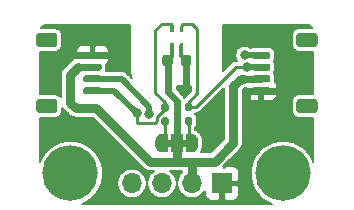
<source format=gtl>
%TF.GenerationSoftware,KiCad,Pcbnew,(5.1.8)-1*%
%TF.CreationDate,2021-01-12T16:04:17+01:00*%
%TF.ProjectId,SHT40-Breakout,53485434-302d-4427-9265-616b6f75742e,rev?*%
%TF.SameCoordinates,Original*%
%TF.FileFunction,Copper,L1,Top*%
%TF.FilePolarity,Positive*%
%FSLAX46Y46*%
G04 Gerber Fmt 4.6, Leading zero omitted, Abs format (unit mm)*
G04 Created by KiCad (PCBNEW (5.1.8)-1) date 2021-01-12 16:04:17*
%MOMM*%
%LPD*%
G01*
G04 APERTURE LIST*
%TA.AperFunction,ComponentPad*%
%ADD10C,4.700000*%
%TD*%
%TA.AperFunction,ComponentPad*%
%ADD11R,1.700000X1.700000*%
%TD*%
%TA.AperFunction,ComponentPad*%
%ADD12O,1.700000X1.700000*%
%TD*%
%TA.AperFunction,SMDPad,CuDef*%
%ADD13C,0.100000*%
%TD*%
%TA.AperFunction,SMDPad,CuDef*%
%ADD14R,1.000000X1.500000*%
%TD*%
%TA.AperFunction,ViaPad*%
%ADD15C,0.800000*%
%TD*%
%TA.AperFunction,Conductor*%
%ADD16C,0.600000*%
%TD*%
%TA.AperFunction,Conductor*%
%ADD17C,0.300000*%
%TD*%
%TA.AperFunction,Conductor*%
%ADD18C,0.800000*%
%TD*%
%TA.AperFunction,Conductor*%
%ADD19C,0.250000*%
%TD*%
%TA.AperFunction,Conductor*%
%ADD20C,0.500000*%
%TD*%
%TA.AperFunction,Conductor*%
%ADD21C,0.200000*%
%TD*%
%TA.AperFunction,Conductor*%
%ADD22C,0.100000*%
%TD*%
G04 APERTURE END LIST*
D10*
%TO.P,H2,1*%
%TO.N,N/C*%
X149000000Y-77000000D03*
%TD*%
%TO.P,H1,1*%
%TO.N,N/C*%
X131000000Y-77000000D03*
%TD*%
%TO.P,C1,2*%
%TO.N,GND*%
%TA.AperFunction,SMDPad,CuDef*%
G36*
G01*
X140321152Y-67690980D02*
X140321152Y-67190980D01*
G75*
G02*
X140546152Y-66965980I225000J0D01*
G01*
X140996152Y-66965980D01*
G75*
G02*
X141221152Y-67190980I0J-225000D01*
G01*
X141221152Y-67690980D01*
G75*
G02*
X140996152Y-67915980I-225000J0D01*
G01*
X140546152Y-67915980D01*
G75*
G02*
X140321152Y-67690980I0J225000D01*
G01*
G37*
%TD.AperFunction*%
%TO.P,C1,1*%
%TO.N,VDD*%
%TA.AperFunction,SMDPad,CuDef*%
G36*
G01*
X138771152Y-67690980D02*
X138771152Y-67190980D01*
G75*
G02*
X138996152Y-66965980I225000J0D01*
G01*
X139446152Y-66965980D01*
G75*
G02*
X139671152Y-67190980I0J-225000D01*
G01*
X139671152Y-67690980D01*
G75*
G02*
X139446152Y-67915980I-225000J0D01*
G01*
X138996152Y-67915980D01*
G75*
G02*
X138771152Y-67690980I0J225000D01*
G01*
G37*
%TD.AperFunction*%
%TD*%
%TO.P,J1,1*%
%TO.N,GND*%
%TA.AperFunction,SMDPad,CuDef*%
G36*
G01*
X132250000Y-66700000D02*
X133500000Y-66700000D01*
G75*
G02*
X133650000Y-66850000I0J-150000D01*
G01*
X133650000Y-67150000D01*
G75*
G02*
X133500000Y-67300000I-150000J0D01*
G01*
X132250000Y-67300000D01*
G75*
G02*
X132100000Y-67150000I0J150000D01*
G01*
X132100000Y-66850000D01*
G75*
G02*
X132250000Y-66700000I150000J0D01*
G01*
G37*
%TD.AperFunction*%
%TO.P,J1,2*%
%TO.N,VDD*%
%TA.AperFunction,SMDPad,CuDef*%
G36*
G01*
X132250000Y-67700000D02*
X133500000Y-67700000D01*
G75*
G02*
X133650000Y-67850000I0J-150000D01*
G01*
X133650000Y-68150000D01*
G75*
G02*
X133500000Y-68300000I-150000J0D01*
G01*
X132250000Y-68300000D01*
G75*
G02*
X132100000Y-68150000I0J150000D01*
G01*
X132100000Y-67850000D01*
G75*
G02*
X132250000Y-67700000I150000J0D01*
G01*
G37*
%TD.AperFunction*%
%TO.P,J1,3*%
%TO.N,SDA*%
%TA.AperFunction,SMDPad,CuDef*%
G36*
G01*
X132250000Y-68700000D02*
X133500000Y-68700000D01*
G75*
G02*
X133650000Y-68850000I0J-150000D01*
G01*
X133650000Y-69150000D01*
G75*
G02*
X133500000Y-69300000I-150000J0D01*
G01*
X132250000Y-69300000D01*
G75*
G02*
X132100000Y-69150000I0J150000D01*
G01*
X132100000Y-68850000D01*
G75*
G02*
X132250000Y-68700000I150000J0D01*
G01*
G37*
%TD.AperFunction*%
%TO.P,J1,4*%
%TO.N,SCL*%
%TA.AperFunction,SMDPad,CuDef*%
G36*
G01*
X132250000Y-69700000D02*
X133500000Y-69700000D01*
G75*
G02*
X133650000Y-69850000I0J-150000D01*
G01*
X133650000Y-70150000D01*
G75*
G02*
X133500000Y-70300000I-150000J0D01*
G01*
X132250000Y-70300000D01*
G75*
G02*
X132100000Y-70150000I0J150000D01*
G01*
X132100000Y-69850000D01*
G75*
G02*
X132250000Y-69700000I150000J0D01*
G01*
G37*
%TD.AperFunction*%
%TO.P,J1,MP*%
%TO.N,N/C*%
%TA.AperFunction,SMDPad,CuDef*%
G36*
G01*
X128349999Y-65100000D02*
X129650001Y-65100000D01*
G75*
G02*
X129900000Y-65349999I0J-249999D01*
G01*
X129900000Y-66050001D01*
G75*
G02*
X129650001Y-66300000I-249999J0D01*
G01*
X128349999Y-66300000D01*
G75*
G02*
X128100000Y-66050001I0J249999D01*
G01*
X128100000Y-65349999D01*
G75*
G02*
X128349999Y-65100000I249999J0D01*
G01*
G37*
%TD.AperFunction*%
%TA.AperFunction,SMDPad,CuDef*%
G36*
G01*
X128349999Y-70700000D02*
X129650001Y-70700000D01*
G75*
G02*
X129900000Y-70949999I0J-249999D01*
G01*
X129900000Y-71650001D01*
G75*
G02*
X129650001Y-71900000I-249999J0D01*
G01*
X128349999Y-71900000D01*
G75*
G02*
X128100000Y-71650001I0J249999D01*
G01*
X128100000Y-70949999D01*
G75*
G02*
X128349999Y-70700000I249999J0D01*
G01*
G37*
%TD.AperFunction*%
%TD*%
%TO.P,J2,MP*%
%TO.N,N/C*%
%TA.AperFunction,SMDPad,CuDef*%
G36*
G01*
X151675001Y-66300000D02*
X150374999Y-66300000D01*
G75*
G02*
X150125000Y-66050001I0J249999D01*
G01*
X150125000Y-65349999D01*
G75*
G02*
X150374999Y-65100000I249999J0D01*
G01*
X151675001Y-65100000D01*
G75*
G02*
X151925000Y-65349999I0J-249999D01*
G01*
X151925000Y-66050001D01*
G75*
G02*
X151675001Y-66300000I-249999J0D01*
G01*
G37*
%TD.AperFunction*%
%TA.AperFunction,SMDPad,CuDef*%
G36*
G01*
X151675001Y-71900000D02*
X150374999Y-71900000D01*
G75*
G02*
X150125000Y-71650001I0J249999D01*
G01*
X150125000Y-70949999D01*
G75*
G02*
X150374999Y-70700000I249999J0D01*
G01*
X151675001Y-70700000D01*
G75*
G02*
X151925000Y-70949999I0J-249999D01*
G01*
X151925000Y-71650001D01*
G75*
G02*
X151675001Y-71900000I-249999J0D01*
G01*
G37*
%TD.AperFunction*%
%TO.P,J2,4*%
%TO.N,SCL*%
%TA.AperFunction,SMDPad,CuDef*%
G36*
G01*
X147775000Y-67300000D02*
X146525000Y-67300000D01*
G75*
G02*
X146375000Y-67150000I0J150000D01*
G01*
X146375000Y-66850000D01*
G75*
G02*
X146525000Y-66700000I150000J0D01*
G01*
X147775000Y-66700000D01*
G75*
G02*
X147925000Y-66850000I0J-150000D01*
G01*
X147925000Y-67150000D01*
G75*
G02*
X147775000Y-67300000I-150000J0D01*
G01*
G37*
%TD.AperFunction*%
%TO.P,J2,3*%
%TO.N,SDA*%
%TA.AperFunction,SMDPad,CuDef*%
G36*
G01*
X147775000Y-68300000D02*
X146525000Y-68300000D01*
G75*
G02*
X146375000Y-68150000I0J150000D01*
G01*
X146375000Y-67850000D01*
G75*
G02*
X146525000Y-67700000I150000J0D01*
G01*
X147775000Y-67700000D01*
G75*
G02*
X147925000Y-67850000I0J-150000D01*
G01*
X147925000Y-68150000D01*
G75*
G02*
X147775000Y-68300000I-150000J0D01*
G01*
G37*
%TD.AperFunction*%
%TO.P,J2,2*%
%TO.N,VDD*%
%TA.AperFunction,SMDPad,CuDef*%
G36*
G01*
X147775000Y-69300000D02*
X146525000Y-69300000D01*
G75*
G02*
X146375000Y-69150000I0J150000D01*
G01*
X146375000Y-68850000D01*
G75*
G02*
X146525000Y-68700000I150000J0D01*
G01*
X147775000Y-68700000D01*
G75*
G02*
X147925000Y-68850000I0J-150000D01*
G01*
X147925000Y-69150000D01*
G75*
G02*
X147775000Y-69300000I-150000J0D01*
G01*
G37*
%TD.AperFunction*%
%TO.P,J2,1*%
%TO.N,GND*%
%TA.AperFunction,SMDPad,CuDef*%
G36*
G01*
X147775000Y-70300000D02*
X146525000Y-70300000D01*
G75*
G02*
X146375000Y-70150000I0J150000D01*
G01*
X146375000Y-69850000D01*
G75*
G02*
X146525000Y-69700000I150000J0D01*
G01*
X147775000Y-69700000D01*
G75*
G02*
X147925000Y-69850000I0J-150000D01*
G01*
X147925000Y-70150000D01*
G75*
G02*
X147775000Y-70300000I-150000J0D01*
G01*
G37*
%TD.AperFunction*%
%TD*%
D11*
%TO.P,J3,1*%
%TO.N,GND*%
X143825000Y-77850000D03*
D12*
%TO.P,J3,2*%
%TO.N,VDD*%
X141285000Y-77850000D03*
%TO.P,J3,3*%
%TO.N,SDA*%
X138745000Y-77850000D03*
%TO.P,J3,4*%
%TO.N,SCL*%
X136205000Y-77850000D03*
%TD*%
%TA.AperFunction,SMDPad,CuDef*%
D13*
%TO.P,JP1,1*%
%TO.N,Net-(JP1-Pad1)*%
G36*
X139250000Y-75175000D02*
G01*
X138700000Y-75175000D01*
X138700000Y-75174398D01*
X138675466Y-75174398D01*
X138626635Y-75169588D01*
X138578510Y-75160016D01*
X138531555Y-75145772D01*
X138486222Y-75126995D01*
X138442949Y-75103864D01*
X138402150Y-75076604D01*
X138364221Y-75045476D01*
X138329524Y-75010779D01*
X138298396Y-74972850D01*
X138271136Y-74932051D01*
X138248005Y-74888778D01*
X138229228Y-74843445D01*
X138214984Y-74796490D01*
X138205412Y-74748365D01*
X138200602Y-74699534D01*
X138200602Y-74675000D01*
X138200000Y-74675000D01*
X138200000Y-74175000D01*
X138200602Y-74175000D01*
X138200602Y-74150466D01*
X138205412Y-74101635D01*
X138214984Y-74053510D01*
X138229228Y-74006555D01*
X138248005Y-73961222D01*
X138271136Y-73917949D01*
X138298396Y-73877150D01*
X138329524Y-73839221D01*
X138364221Y-73804524D01*
X138402150Y-73773396D01*
X138442949Y-73746136D01*
X138486222Y-73723005D01*
X138531555Y-73704228D01*
X138578510Y-73689984D01*
X138626635Y-73680412D01*
X138675466Y-73675602D01*
X138700000Y-73675602D01*
X138700000Y-73675000D01*
X139250000Y-73675000D01*
X139250000Y-75175000D01*
G37*
%TD.AperFunction*%
%TA.AperFunction,SMDPad,CuDef*%
%TO.P,JP1,3*%
%TO.N,Net-(JP1-Pad3)*%
G36*
X141300000Y-73675602D02*
G01*
X141324534Y-73675602D01*
X141373365Y-73680412D01*
X141421490Y-73689984D01*
X141468445Y-73704228D01*
X141513778Y-73723005D01*
X141557051Y-73746136D01*
X141597850Y-73773396D01*
X141635779Y-73804524D01*
X141670476Y-73839221D01*
X141701604Y-73877150D01*
X141728864Y-73917949D01*
X141751995Y-73961222D01*
X141770772Y-74006555D01*
X141785016Y-74053510D01*
X141794588Y-74101635D01*
X141799398Y-74150466D01*
X141799398Y-74175000D01*
X141800000Y-74175000D01*
X141800000Y-74675000D01*
X141799398Y-74675000D01*
X141799398Y-74699534D01*
X141794588Y-74748365D01*
X141785016Y-74796490D01*
X141770772Y-74843445D01*
X141751995Y-74888778D01*
X141728864Y-74932051D01*
X141701604Y-74972850D01*
X141670476Y-75010779D01*
X141635779Y-75045476D01*
X141597850Y-75076604D01*
X141557051Y-75103864D01*
X141513778Y-75126995D01*
X141468445Y-75145772D01*
X141421490Y-75160016D01*
X141373365Y-75169588D01*
X141324534Y-75174398D01*
X141300000Y-75174398D01*
X141300000Y-75175000D01*
X140750000Y-75175000D01*
X140750000Y-73675000D01*
X141300000Y-73675000D01*
X141300000Y-73675602D01*
G37*
%TD.AperFunction*%
D14*
%TO.P,JP1,2*%
%TO.N,VDD*%
X140000000Y-74425000D03*
%TD*%
%TO.P,R1,1*%
%TO.N,Net-(JP1-Pad3)*%
%TA.AperFunction,SMDPad,CuDef*%
G36*
G01*
X141160000Y-72952500D02*
X140840000Y-72952500D01*
G75*
G02*
X140680000Y-72792500I0J160000D01*
G01*
X140680000Y-72397500D01*
G75*
G02*
X140840000Y-72237500I160000J0D01*
G01*
X141160000Y-72237500D01*
G75*
G02*
X141320000Y-72397500I0J-160000D01*
G01*
X141320000Y-72792500D01*
G75*
G02*
X141160000Y-72952500I-160000J0D01*
G01*
G37*
%TD.AperFunction*%
%TO.P,R1,2*%
%TO.N,SDA*%
%TA.AperFunction,SMDPad,CuDef*%
G36*
G01*
X141160000Y-71757500D02*
X140840000Y-71757500D01*
G75*
G02*
X140680000Y-71597500I0J160000D01*
G01*
X140680000Y-71202500D01*
G75*
G02*
X140840000Y-71042500I160000J0D01*
G01*
X141160000Y-71042500D01*
G75*
G02*
X141320000Y-71202500I0J-160000D01*
G01*
X141320000Y-71597500D01*
G75*
G02*
X141160000Y-71757500I-160000J0D01*
G01*
G37*
%TD.AperFunction*%
%TD*%
%TO.P,R2,2*%
%TO.N,SCL*%
%TA.AperFunction,SMDPad,CuDef*%
G36*
G01*
X139160000Y-71760000D02*
X138840000Y-71760000D01*
G75*
G02*
X138680000Y-71600000I0J160000D01*
G01*
X138680000Y-71205000D01*
G75*
G02*
X138840000Y-71045000I160000J0D01*
G01*
X139160000Y-71045000D01*
G75*
G02*
X139320000Y-71205000I0J-160000D01*
G01*
X139320000Y-71600000D01*
G75*
G02*
X139160000Y-71760000I-160000J0D01*
G01*
G37*
%TD.AperFunction*%
%TO.P,R2,1*%
%TO.N,Net-(JP1-Pad1)*%
%TA.AperFunction,SMDPad,CuDef*%
G36*
G01*
X139160000Y-72955000D02*
X138840000Y-72955000D01*
G75*
G02*
X138680000Y-72795000I0J160000D01*
G01*
X138680000Y-72400000D01*
G75*
G02*
X138840000Y-72240000I160000J0D01*
G01*
X139160000Y-72240000D01*
G75*
G02*
X139320000Y-72400000I0J-160000D01*
G01*
X139320000Y-72795000D01*
G75*
G02*
X139160000Y-72955000I-160000J0D01*
G01*
G37*
%TD.AperFunction*%
%TD*%
%TO.P,U1,1*%
%TO.N,SDA*%
%TA.AperFunction,SMDPad,CuDef*%
G36*
G01*
X140276152Y-64540979D02*
X140516152Y-64540979D01*
G75*
G02*
X140546152Y-64570979I0J-30000D01*
G01*
X140546152Y-65010979D01*
G75*
G02*
X140516152Y-65040979I-30000J0D01*
G01*
X140276152Y-65040979D01*
G75*
G02*
X140246152Y-65010979I0J30000D01*
G01*
X140246152Y-64570979D01*
G75*
G02*
X140276152Y-64540979I30000J0D01*
G01*
G37*
%TD.AperFunction*%
%TO.P,U1,2*%
%TO.N,SCL*%
%TA.AperFunction,SMDPad,CuDef*%
G36*
G01*
X139476152Y-64540979D02*
X139716152Y-64540979D01*
G75*
G02*
X139746152Y-64570979I0J-30000D01*
G01*
X139746152Y-65010979D01*
G75*
G02*
X139716152Y-65040979I-30000J0D01*
G01*
X139476152Y-65040979D01*
G75*
G02*
X139446152Y-65010979I0J30000D01*
G01*
X139446152Y-64570979D01*
G75*
G02*
X139476152Y-64540979I30000J0D01*
G01*
G37*
%TD.AperFunction*%
%TO.P,U1,3*%
%TO.N,VDD*%
%TA.AperFunction,SMDPad,CuDef*%
G36*
G01*
X139476152Y-65940979D02*
X139716152Y-65940979D01*
G75*
G02*
X139746152Y-65970979I0J-30000D01*
G01*
X139746152Y-66410979D01*
G75*
G02*
X139716152Y-66440979I-30000J0D01*
G01*
X139476152Y-66440979D01*
G75*
G02*
X139446152Y-66410979I0J30000D01*
G01*
X139446152Y-65970979D01*
G75*
G02*
X139476152Y-65940979I30000J0D01*
G01*
G37*
%TD.AperFunction*%
%TO.P,U1,4*%
%TO.N,GND*%
%TA.AperFunction,SMDPad,CuDef*%
G36*
G01*
X140276152Y-65940979D02*
X140516152Y-65940979D01*
G75*
G02*
X140546152Y-65970979I0J-30000D01*
G01*
X140546152Y-66410979D01*
G75*
G02*
X140516152Y-66440979I-30000J0D01*
G01*
X140276152Y-66440979D01*
G75*
G02*
X140246152Y-66410979I0J30000D01*
G01*
X140246152Y-65970979D01*
G75*
G02*
X140276152Y-65940979I30000J0D01*
G01*
G37*
%TD.AperFunction*%
%TD*%
D15*
%TO.N,GND*%
X134625000Y-67000000D03*
X131175000Y-67000000D03*
X146375000Y-71375000D03*
X140771164Y-70028826D03*
X132750000Y-72950000D03*
X132924999Y-65924999D03*
X134924999Y-75924999D03*
X142350000Y-73050000D03*
X145700000Y-75750000D03*
X147924999Y-65924999D03*
X148924999Y-71924999D03*
X149924999Y-67924999D03*
X148850000Y-70000000D03*
%TO.N,SDA*%
X137677614Y-71940640D03*
X145932923Y-67999989D03*
%TO.N,SCL*%
X136600000Y-71875002D03*
X145763227Y-66999988D03*
%TD*%
D16*
%TO.N,*%
X139200000Y-74450000D02*
X140950000Y-74450000D01*
D17*
%TO.N,VDD*%
X139596152Y-67103848D02*
X139300000Y-67400000D01*
X139596152Y-66190979D02*
X139596152Y-67103848D01*
D16*
X139300000Y-70150000D02*
X139300000Y-67400000D01*
X140000000Y-70850000D02*
X139300000Y-70150000D01*
X140000000Y-75000000D02*
X140000000Y-70850000D01*
X132875000Y-68000000D02*
X131650000Y-68000000D01*
D18*
X141285000Y-76115000D02*
X141400000Y-76000000D01*
X141285000Y-77850000D02*
X141285000Y-76115000D01*
X140000000Y-75900000D02*
X140100000Y-76000000D01*
X140000000Y-75000000D02*
X140000000Y-75900000D01*
X140100000Y-76000000D02*
X141400000Y-76000000D01*
D16*
X147150000Y-69000000D02*
X145700000Y-69000000D01*
D18*
X145400000Y-69000000D02*
X145700000Y-69000000D01*
X144800000Y-74400000D02*
X144800000Y-69600000D01*
X143200000Y-76000000D02*
X144800000Y-74400000D01*
X144800000Y-69600000D02*
X145400000Y-69000000D01*
X141400000Y-76000000D02*
X143200000Y-76000000D01*
X137725000Y-76000000D02*
X140100000Y-76000000D01*
X133200000Y-71475000D02*
X137725000Y-76000000D01*
X131450000Y-71475000D02*
X133200000Y-71475000D01*
X130975000Y-71000000D02*
X131450000Y-71475000D01*
X130975000Y-68675000D02*
X130975000Y-71000000D01*
X131650000Y-68000000D02*
X130975000Y-68675000D01*
D17*
%TO.N,GND*%
X140800000Y-67300000D02*
X140800000Y-67400000D01*
X140396152Y-67096152D02*
X140600000Y-67300000D01*
X140600000Y-67300000D02*
X140800000Y-67300000D01*
X140396152Y-66190979D02*
X140396152Y-67096152D01*
D16*
X132875000Y-67000000D02*
X134625000Y-67000000D01*
X132875000Y-67000000D02*
X131175000Y-67000000D01*
X145925000Y-70925000D02*
X146375000Y-71375000D01*
X145925000Y-70000000D02*
X145925000Y-70925000D01*
X147150000Y-70000000D02*
X145925000Y-70000000D01*
X140771152Y-67440980D02*
X140771152Y-70028814D01*
X140771152Y-70028814D02*
X140771164Y-70028826D01*
X147150000Y-70000000D02*
X148850000Y-70000000D01*
D18*
%TO.N,SDA*%
X138700000Y-77525000D02*
X138700000Y-77700000D01*
D19*
X140400000Y-64500000D02*
X140400000Y-64800000D01*
X140550000Y-64350000D02*
X140400000Y-64500000D01*
X141325000Y-64350000D02*
X140550000Y-64350000D01*
X141750000Y-70225000D02*
X141750000Y-64775000D01*
X141750000Y-64775000D02*
X141325000Y-64350000D01*
X141000000Y-70975000D02*
X141750000Y-70225000D01*
X141000000Y-71400000D02*
X141000000Y-70975000D01*
D20*
X135338589Y-69000000D02*
X137677614Y-71339025D01*
X132875000Y-69000000D02*
X135338589Y-69000000D01*
X137677614Y-71339025D02*
X137677614Y-71940640D01*
X147150000Y-68000000D02*
X145932934Y-68000000D01*
X145932934Y-68000000D02*
X145932923Y-67999989D01*
D19*
X145000011Y-67999989D02*
X145932923Y-67999989D01*
X141625000Y-71375000D02*
X145000011Y-67999989D01*
X141075000Y-71375000D02*
X141625000Y-71375000D01*
D20*
%TO.N,SCL*%
X132875000Y-70000000D02*
X134724998Y-70000000D01*
X134724998Y-70000000D02*
X136600000Y-71875002D01*
D19*
X139600000Y-64450000D02*
X139600000Y-64800000D01*
X139500010Y-64350010D02*
X139600000Y-64450000D01*
X138200000Y-64875000D02*
X138724990Y-64350010D01*
X138724990Y-64350010D02*
X139500010Y-64350010D01*
X138200000Y-70175000D02*
X138200000Y-64875000D01*
X139000000Y-70975000D02*
X138200000Y-70175000D01*
X139000000Y-71402500D02*
X139000000Y-70975000D01*
X139000000Y-71402500D02*
X139000000Y-71450000D01*
X136600000Y-72625000D02*
X136600000Y-71875002D01*
X136675000Y-72700000D02*
X136600000Y-72625000D01*
X138200000Y-72700000D02*
X136675000Y-72700000D01*
X138354990Y-72545010D02*
X138200000Y-72700000D01*
X138354990Y-72199100D02*
X138354990Y-72545010D01*
X139000000Y-71554090D02*
X138354990Y-72199100D01*
X139000000Y-71402500D02*
X139000000Y-71554090D01*
D20*
X145763239Y-67000000D02*
X145763227Y-66999988D01*
X147150000Y-67000000D02*
X145763239Y-67000000D01*
D19*
%TO.N,Net-(JP1-Pad1)*%
X139000000Y-72597500D02*
X139000000Y-74150000D01*
X139000000Y-74150000D02*
X138725000Y-74425000D01*
%TO.N,Net-(JP1-Pad3)*%
X141000000Y-72595000D02*
X141000000Y-74175000D01*
X141000000Y-74175000D02*
X141275000Y-74450000D01*
%TD*%
D21*
%TO.N,GND*%
X151111290Y-64437951D02*
X151218339Y-64470271D01*
X151317076Y-64522770D01*
X151403725Y-64593439D01*
X151475008Y-64679605D01*
X151484989Y-64698065D01*
X150374999Y-64698065D01*
X150247813Y-64710592D01*
X150125515Y-64747691D01*
X150012804Y-64807936D01*
X149914012Y-64889012D01*
X149832936Y-64987804D01*
X149772691Y-65100515D01*
X149735592Y-65222813D01*
X149723065Y-65349999D01*
X149723065Y-66050001D01*
X149735592Y-66177187D01*
X149772691Y-66299485D01*
X149832936Y-66412196D01*
X149914012Y-66510988D01*
X150012804Y-66592064D01*
X150125515Y-66652309D01*
X150247813Y-66689408D01*
X150374999Y-66701935D01*
X151575001Y-66701935D01*
X151575001Y-70298065D01*
X150374999Y-70298065D01*
X150247813Y-70310592D01*
X150125515Y-70347691D01*
X150012804Y-70407936D01*
X149914012Y-70489012D01*
X149832936Y-70587804D01*
X149772691Y-70700515D01*
X149735592Y-70822813D01*
X149723065Y-70949999D01*
X149723065Y-71650001D01*
X149735592Y-71777187D01*
X149772691Y-71899485D01*
X149832936Y-72012196D01*
X149914012Y-72110988D01*
X150012804Y-72192064D01*
X150125515Y-72252309D01*
X150247813Y-72289408D01*
X150374999Y-72301935D01*
X151575000Y-72301935D01*
X151575000Y-76030504D01*
X151437018Y-75697387D01*
X151136064Y-75246977D01*
X150753023Y-74863936D01*
X150302613Y-74562982D01*
X149802145Y-74355681D01*
X149270851Y-74250000D01*
X148729149Y-74250000D01*
X148197855Y-74355681D01*
X147697387Y-74562982D01*
X147246977Y-74863936D01*
X146863936Y-75246977D01*
X146562982Y-75697387D01*
X146355681Y-76197855D01*
X146250000Y-76729149D01*
X146250000Y-77270851D01*
X146355681Y-77802145D01*
X146562982Y-78302613D01*
X146863936Y-78753023D01*
X147246977Y-79136064D01*
X147697387Y-79437018D01*
X148030504Y-79575000D01*
X131969496Y-79575000D01*
X132302613Y-79437018D01*
X132753023Y-79136064D01*
X133136064Y-78753023D01*
X133437018Y-78302613D01*
X133644319Y-77802145D01*
X133659288Y-77726886D01*
X134955000Y-77726886D01*
X134955000Y-77973114D01*
X135003037Y-78214611D01*
X135097265Y-78442097D01*
X135234062Y-78646828D01*
X135408172Y-78820938D01*
X135612903Y-78957735D01*
X135840389Y-79051963D01*
X136081886Y-79100000D01*
X136328114Y-79100000D01*
X136569611Y-79051963D01*
X136797097Y-78957735D01*
X137001828Y-78820938D01*
X137175938Y-78646828D01*
X137312735Y-78442097D01*
X137406963Y-78214611D01*
X137455000Y-77973114D01*
X137455000Y-77726886D01*
X137406963Y-77485389D01*
X137312735Y-77257903D01*
X137175938Y-77053172D01*
X137001828Y-76879062D01*
X136797097Y-76742265D01*
X136569611Y-76648037D01*
X136328114Y-76600000D01*
X136081886Y-76600000D01*
X135840389Y-76648037D01*
X135612903Y-76742265D01*
X135408172Y-76879062D01*
X135234062Y-77053172D01*
X135097265Y-77257903D01*
X135003037Y-77485389D01*
X134955000Y-77726886D01*
X133659288Y-77726886D01*
X133750000Y-77270851D01*
X133750000Y-76729149D01*
X133644319Y-76197855D01*
X133437018Y-75697387D01*
X133136064Y-75246977D01*
X132753023Y-74863936D01*
X132302613Y-74562982D01*
X131802145Y-74355681D01*
X131270851Y-74250000D01*
X130729149Y-74250000D01*
X130197855Y-74355681D01*
X129697387Y-74562982D01*
X129246977Y-74863936D01*
X128863936Y-75246977D01*
X128562982Y-75697387D01*
X128425000Y-76030504D01*
X128425000Y-72301935D01*
X129650001Y-72301935D01*
X129777187Y-72289408D01*
X129899485Y-72252309D01*
X130012196Y-72192064D01*
X130110988Y-72110988D01*
X130192064Y-72012196D01*
X130252309Y-71899485D01*
X130289408Y-71777187D01*
X130301935Y-71650001D01*
X130301935Y-71437865D01*
X130306607Y-71446606D01*
X130354873Y-71505418D01*
X130406579Y-71568422D01*
X130437099Y-71593469D01*
X130856527Y-72012897D01*
X130881578Y-72043422D01*
X130945867Y-72096182D01*
X131003393Y-72143393D01*
X131033406Y-72159435D01*
X131142372Y-72217679D01*
X131293173Y-72263424D01*
X131410707Y-72275000D01*
X131410716Y-72275000D01*
X131449999Y-72278869D01*
X131489282Y-72275000D01*
X132868630Y-72275000D01*
X137131529Y-76537900D01*
X137156578Y-76568422D01*
X137187098Y-76593469D01*
X137278393Y-76668393D01*
X137306509Y-76683421D01*
X137417372Y-76742679D01*
X137568173Y-76788424D01*
X137685707Y-76800000D01*
X137685716Y-76800000D01*
X137724999Y-76803869D01*
X137764282Y-76800000D01*
X138066497Y-76800000D01*
X137948172Y-76879062D01*
X137774062Y-77053172D01*
X137637265Y-77257903D01*
X137543037Y-77485389D01*
X137495000Y-77726886D01*
X137495000Y-77973114D01*
X137543037Y-78214611D01*
X137637265Y-78442097D01*
X137774062Y-78646828D01*
X137948172Y-78820938D01*
X138152903Y-78957735D01*
X138380389Y-79051963D01*
X138621886Y-79100000D01*
X138868114Y-79100000D01*
X139109611Y-79051963D01*
X139337097Y-78957735D01*
X139541828Y-78820938D01*
X139715938Y-78646828D01*
X139852735Y-78442097D01*
X139946963Y-78214611D01*
X139995000Y-77973114D01*
X139995000Y-77726886D01*
X139946963Y-77485389D01*
X139852735Y-77257903D01*
X139715938Y-77053172D01*
X139541828Y-76879062D01*
X139423503Y-76800000D01*
X140060716Y-76800000D01*
X140099999Y-76803869D01*
X140139282Y-76800000D01*
X140485001Y-76800000D01*
X140485001Y-76882233D01*
X140314062Y-77053172D01*
X140177265Y-77257903D01*
X140083037Y-77485389D01*
X140035000Y-77726886D01*
X140035000Y-77973114D01*
X140083037Y-78214611D01*
X140177265Y-78442097D01*
X140314062Y-78646828D01*
X140488172Y-78820938D01*
X140692903Y-78957735D01*
X140920389Y-79051963D01*
X141161886Y-79100000D01*
X141408114Y-79100000D01*
X141649611Y-79051963D01*
X141877097Y-78957735D01*
X142081828Y-78820938D01*
X142255938Y-78646828D01*
X142365230Y-78483261D01*
X142364058Y-78700000D01*
X142375797Y-78819189D01*
X142410563Y-78933797D01*
X142467020Y-79039421D01*
X142542999Y-79132001D01*
X142635579Y-79207980D01*
X142741203Y-79264437D01*
X142855811Y-79299203D01*
X142975000Y-79310942D01*
X143519000Y-79308000D01*
X143671000Y-79156000D01*
X143671000Y-78004000D01*
X143979000Y-78004000D01*
X143979000Y-79156000D01*
X144131000Y-79308000D01*
X144675000Y-79310942D01*
X144794189Y-79299203D01*
X144908797Y-79264437D01*
X145014421Y-79207980D01*
X145107001Y-79132001D01*
X145182980Y-79039421D01*
X145239437Y-78933797D01*
X145274203Y-78819189D01*
X145285942Y-78700000D01*
X145283000Y-78156000D01*
X145131000Y-78004000D01*
X143979000Y-78004000D01*
X143671000Y-78004000D01*
X143651000Y-78004000D01*
X143651000Y-77696000D01*
X143671000Y-77696000D01*
X143671000Y-77676000D01*
X143979000Y-77676000D01*
X143979000Y-77696000D01*
X145131000Y-77696000D01*
X145283000Y-77544000D01*
X145285942Y-77000000D01*
X145274203Y-76880811D01*
X145239437Y-76766203D01*
X145182980Y-76660579D01*
X145107001Y-76567999D01*
X145014421Y-76492020D01*
X144908797Y-76435563D01*
X144794189Y-76400797D01*
X144675000Y-76389058D01*
X144131000Y-76392000D01*
X143979002Y-76543998D01*
X143979002Y-76392000D01*
X143939370Y-76392000D01*
X145337898Y-74993472D01*
X145368422Y-74968422D01*
X145454171Y-74863936D01*
X145468393Y-74846607D01*
X145542679Y-74707628D01*
X145547297Y-74692403D01*
X145588424Y-74556827D01*
X145600000Y-74439293D01*
X145600000Y-74439291D01*
X145603870Y-74400000D01*
X145600000Y-74360709D01*
X145600000Y-70306000D01*
X145767000Y-70306000D01*
X145776131Y-70420854D01*
X145811215Y-70535366D01*
X145867966Y-70640832D01*
X145944202Y-70733201D01*
X146036992Y-70808921D01*
X146142773Y-70865085D01*
X146257478Y-70899532D01*
X146376699Y-70910940D01*
X146844000Y-70908000D01*
X146996000Y-70756000D01*
X146996000Y-70154000D01*
X147304000Y-70154000D01*
X147304000Y-70756000D01*
X147456000Y-70908000D01*
X147923301Y-70910940D01*
X148042522Y-70899532D01*
X148157227Y-70865085D01*
X148263008Y-70808921D01*
X148355798Y-70733201D01*
X148432034Y-70640832D01*
X148488785Y-70535366D01*
X148523869Y-70420854D01*
X148533000Y-70306000D01*
X148381000Y-70154000D01*
X147304000Y-70154000D01*
X146996000Y-70154000D01*
X145919000Y-70154000D01*
X145767000Y-70306000D01*
X145600000Y-70306000D01*
X145600000Y-69931370D01*
X145731371Y-69800000D01*
X145739293Y-69800000D01*
X145856827Y-69788424D01*
X145860354Y-69787354D01*
X145919000Y-69846000D01*
X146996000Y-69846000D01*
X146996000Y-69826000D01*
X147304000Y-69826000D01*
X147304000Y-69846000D01*
X148381000Y-69846000D01*
X148533000Y-69694000D01*
X148523869Y-69579146D01*
X148488785Y-69464634D01*
X148432034Y-69359168D01*
X148355798Y-69266799D01*
X148318435Y-69236309D01*
X148326935Y-69150000D01*
X148326935Y-68850000D01*
X148316330Y-68742323D01*
X148284921Y-68638784D01*
X148233917Y-68543361D01*
X148198332Y-68500000D01*
X148233917Y-68456639D01*
X148284921Y-68361216D01*
X148316330Y-68257677D01*
X148326935Y-68150000D01*
X148326935Y-67850000D01*
X148316330Y-67742323D01*
X148284921Y-67638784D01*
X148233917Y-67543361D01*
X148198332Y-67500000D01*
X148233917Y-67456639D01*
X148284921Y-67361216D01*
X148316330Y-67257677D01*
X148326935Y-67150000D01*
X148326935Y-66850000D01*
X148316330Y-66742323D01*
X148284921Y-66638784D01*
X148233917Y-66543361D01*
X148165277Y-66459723D01*
X148081639Y-66391083D01*
X147986216Y-66340079D01*
X147882677Y-66308670D01*
X147775000Y-66298065D01*
X146525000Y-66298065D01*
X146417323Y-66308670D01*
X146313784Y-66340079D01*
X146295223Y-66350000D01*
X146230413Y-66350000D01*
X146142169Y-66291037D01*
X145996578Y-66230731D01*
X145842020Y-66199988D01*
X145684434Y-66199988D01*
X145529876Y-66230731D01*
X145384285Y-66291037D01*
X145253257Y-66378587D01*
X145141826Y-66490018D01*
X145054276Y-66621046D01*
X144993970Y-66766637D01*
X144963227Y-66921195D01*
X144963227Y-67078781D01*
X144993970Y-67233339D01*
X145054276Y-67378930D01*
X145118460Y-67474989D01*
X145025790Y-67474989D01*
X145000010Y-67472450D01*
X144974230Y-67474989D01*
X144974223Y-67474989D01*
X144897093Y-67482586D01*
X144798130Y-67512606D01*
X144706925Y-67561356D01*
X144626984Y-67626962D01*
X144610545Y-67646993D01*
X143925000Y-68332538D01*
X143925000Y-64520787D01*
X143928428Y-64485826D01*
X143932543Y-64472198D01*
X143939229Y-64459623D01*
X143948225Y-64448592D01*
X143959203Y-64439511D01*
X143971730Y-64432737D01*
X143985326Y-64428528D01*
X144018897Y-64425000D01*
X150979210Y-64425000D01*
X151111290Y-64437951D01*
%TA.AperFunction,Conductor*%
D22*
G36*
X151111290Y-64437951D02*
G01*
X151218339Y-64470271D01*
X151317076Y-64522770D01*
X151403725Y-64593439D01*
X151475008Y-64679605D01*
X151484989Y-64698065D01*
X150374999Y-64698065D01*
X150247813Y-64710592D01*
X150125515Y-64747691D01*
X150012804Y-64807936D01*
X149914012Y-64889012D01*
X149832936Y-64987804D01*
X149772691Y-65100515D01*
X149735592Y-65222813D01*
X149723065Y-65349999D01*
X149723065Y-66050001D01*
X149735592Y-66177187D01*
X149772691Y-66299485D01*
X149832936Y-66412196D01*
X149914012Y-66510988D01*
X150012804Y-66592064D01*
X150125515Y-66652309D01*
X150247813Y-66689408D01*
X150374999Y-66701935D01*
X151575001Y-66701935D01*
X151575001Y-70298065D01*
X150374999Y-70298065D01*
X150247813Y-70310592D01*
X150125515Y-70347691D01*
X150012804Y-70407936D01*
X149914012Y-70489012D01*
X149832936Y-70587804D01*
X149772691Y-70700515D01*
X149735592Y-70822813D01*
X149723065Y-70949999D01*
X149723065Y-71650001D01*
X149735592Y-71777187D01*
X149772691Y-71899485D01*
X149832936Y-72012196D01*
X149914012Y-72110988D01*
X150012804Y-72192064D01*
X150125515Y-72252309D01*
X150247813Y-72289408D01*
X150374999Y-72301935D01*
X151575000Y-72301935D01*
X151575000Y-76030504D01*
X151437018Y-75697387D01*
X151136064Y-75246977D01*
X150753023Y-74863936D01*
X150302613Y-74562982D01*
X149802145Y-74355681D01*
X149270851Y-74250000D01*
X148729149Y-74250000D01*
X148197855Y-74355681D01*
X147697387Y-74562982D01*
X147246977Y-74863936D01*
X146863936Y-75246977D01*
X146562982Y-75697387D01*
X146355681Y-76197855D01*
X146250000Y-76729149D01*
X146250000Y-77270851D01*
X146355681Y-77802145D01*
X146562982Y-78302613D01*
X146863936Y-78753023D01*
X147246977Y-79136064D01*
X147697387Y-79437018D01*
X148030504Y-79575000D01*
X131969496Y-79575000D01*
X132302613Y-79437018D01*
X132753023Y-79136064D01*
X133136064Y-78753023D01*
X133437018Y-78302613D01*
X133644319Y-77802145D01*
X133659288Y-77726886D01*
X134955000Y-77726886D01*
X134955000Y-77973114D01*
X135003037Y-78214611D01*
X135097265Y-78442097D01*
X135234062Y-78646828D01*
X135408172Y-78820938D01*
X135612903Y-78957735D01*
X135840389Y-79051963D01*
X136081886Y-79100000D01*
X136328114Y-79100000D01*
X136569611Y-79051963D01*
X136797097Y-78957735D01*
X137001828Y-78820938D01*
X137175938Y-78646828D01*
X137312735Y-78442097D01*
X137406963Y-78214611D01*
X137455000Y-77973114D01*
X137455000Y-77726886D01*
X137406963Y-77485389D01*
X137312735Y-77257903D01*
X137175938Y-77053172D01*
X137001828Y-76879062D01*
X136797097Y-76742265D01*
X136569611Y-76648037D01*
X136328114Y-76600000D01*
X136081886Y-76600000D01*
X135840389Y-76648037D01*
X135612903Y-76742265D01*
X135408172Y-76879062D01*
X135234062Y-77053172D01*
X135097265Y-77257903D01*
X135003037Y-77485389D01*
X134955000Y-77726886D01*
X133659288Y-77726886D01*
X133750000Y-77270851D01*
X133750000Y-76729149D01*
X133644319Y-76197855D01*
X133437018Y-75697387D01*
X133136064Y-75246977D01*
X132753023Y-74863936D01*
X132302613Y-74562982D01*
X131802145Y-74355681D01*
X131270851Y-74250000D01*
X130729149Y-74250000D01*
X130197855Y-74355681D01*
X129697387Y-74562982D01*
X129246977Y-74863936D01*
X128863936Y-75246977D01*
X128562982Y-75697387D01*
X128425000Y-76030504D01*
X128425000Y-72301935D01*
X129650001Y-72301935D01*
X129777187Y-72289408D01*
X129899485Y-72252309D01*
X130012196Y-72192064D01*
X130110988Y-72110988D01*
X130192064Y-72012196D01*
X130252309Y-71899485D01*
X130289408Y-71777187D01*
X130301935Y-71650001D01*
X130301935Y-71437865D01*
X130306607Y-71446606D01*
X130354873Y-71505418D01*
X130406579Y-71568422D01*
X130437099Y-71593469D01*
X130856527Y-72012897D01*
X130881578Y-72043422D01*
X130945867Y-72096182D01*
X131003393Y-72143393D01*
X131033406Y-72159435D01*
X131142372Y-72217679D01*
X131293173Y-72263424D01*
X131410707Y-72275000D01*
X131410716Y-72275000D01*
X131449999Y-72278869D01*
X131489282Y-72275000D01*
X132868630Y-72275000D01*
X137131529Y-76537900D01*
X137156578Y-76568422D01*
X137187098Y-76593469D01*
X137278393Y-76668393D01*
X137306509Y-76683421D01*
X137417372Y-76742679D01*
X137568173Y-76788424D01*
X137685707Y-76800000D01*
X137685716Y-76800000D01*
X137724999Y-76803869D01*
X137764282Y-76800000D01*
X138066497Y-76800000D01*
X137948172Y-76879062D01*
X137774062Y-77053172D01*
X137637265Y-77257903D01*
X137543037Y-77485389D01*
X137495000Y-77726886D01*
X137495000Y-77973114D01*
X137543037Y-78214611D01*
X137637265Y-78442097D01*
X137774062Y-78646828D01*
X137948172Y-78820938D01*
X138152903Y-78957735D01*
X138380389Y-79051963D01*
X138621886Y-79100000D01*
X138868114Y-79100000D01*
X139109611Y-79051963D01*
X139337097Y-78957735D01*
X139541828Y-78820938D01*
X139715938Y-78646828D01*
X139852735Y-78442097D01*
X139946963Y-78214611D01*
X139995000Y-77973114D01*
X139995000Y-77726886D01*
X139946963Y-77485389D01*
X139852735Y-77257903D01*
X139715938Y-77053172D01*
X139541828Y-76879062D01*
X139423503Y-76800000D01*
X140060716Y-76800000D01*
X140099999Y-76803869D01*
X140139282Y-76800000D01*
X140485001Y-76800000D01*
X140485001Y-76882233D01*
X140314062Y-77053172D01*
X140177265Y-77257903D01*
X140083037Y-77485389D01*
X140035000Y-77726886D01*
X140035000Y-77973114D01*
X140083037Y-78214611D01*
X140177265Y-78442097D01*
X140314062Y-78646828D01*
X140488172Y-78820938D01*
X140692903Y-78957735D01*
X140920389Y-79051963D01*
X141161886Y-79100000D01*
X141408114Y-79100000D01*
X141649611Y-79051963D01*
X141877097Y-78957735D01*
X142081828Y-78820938D01*
X142255938Y-78646828D01*
X142365230Y-78483261D01*
X142364058Y-78700000D01*
X142375797Y-78819189D01*
X142410563Y-78933797D01*
X142467020Y-79039421D01*
X142542999Y-79132001D01*
X142635579Y-79207980D01*
X142741203Y-79264437D01*
X142855811Y-79299203D01*
X142975000Y-79310942D01*
X143519000Y-79308000D01*
X143671000Y-79156000D01*
X143671000Y-78004000D01*
X143979000Y-78004000D01*
X143979000Y-79156000D01*
X144131000Y-79308000D01*
X144675000Y-79310942D01*
X144794189Y-79299203D01*
X144908797Y-79264437D01*
X145014421Y-79207980D01*
X145107001Y-79132001D01*
X145182980Y-79039421D01*
X145239437Y-78933797D01*
X145274203Y-78819189D01*
X145285942Y-78700000D01*
X145283000Y-78156000D01*
X145131000Y-78004000D01*
X143979000Y-78004000D01*
X143671000Y-78004000D01*
X143651000Y-78004000D01*
X143651000Y-77696000D01*
X143671000Y-77696000D01*
X143671000Y-77676000D01*
X143979000Y-77676000D01*
X143979000Y-77696000D01*
X145131000Y-77696000D01*
X145283000Y-77544000D01*
X145285942Y-77000000D01*
X145274203Y-76880811D01*
X145239437Y-76766203D01*
X145182980Y-76660579D01*
X145107001Y-76567999D01*
X145014421Y-76492020D01*
X144908797Y-76435563D01*
X144794189Y-76400797D01*
X144675000Y-76389058D01*
X144131000Y-76392000D01*
X143979002Y-76543998D01*
X143979002Y-76392000D01*
X143939370Y-76392000D01*
X145337898Y-74993472D01*
X145368422Y-74968422D01*
X145454171Y-74863936D01*
X145468393Y-74846607D01*
X145542679Y-74707628D01*
X145547297Y-74692403D01*
X145588424Y-74556827D01*
X145600000Y-74439293D01*
X145600000Y-74439291D01*
X145603870Y-74400000D01*
X145600000Y-74360709D01*
X145600000Y-70306000D01*
X145767000Y-70306000D01*
X145776131Y-70420854D01*
X145811215Y-70535366D01*
X145867966Y-70640832D01*
X145944202Y-70733201D01*
X146036992Y-70808921D01*
X146142773Y-70865085D01*
X146257478Y-70899532D01*
X146376699Y-70910940D01*
X146844000Y-70908000D01*
X146996000Y-70756000D01*
X146996000Y-70154000D01*
X147304000Y-70154000D01*
X147304000Y-70756000D01*
X147456000Y-70908000D01*
X147923301Y-70910940D01*
X148042522Y-70899532D01*
X148157227Y-70865085D01*
X148263008Y-70808921D01*
X148355798Y-70733201D01*
X148432034Y-70640832D01*
X148488785Y-70535366D01*
X148523869Y-70420854D01*
X148533000Y-70306000D01*
X148381000Y-70154000D01*
X147304000Y-70154000D01*
X146996000Y-70154000D01*
X145919000Y-70154000D01*
X145767000Y-70306000D01*
X145600000Y-70306000D01*
X145600000Y-69931370D01*
X145731371Y-69800000D01*
X145739293Y-69800000D01*
X145856827Y-69788424D01*
X145860354Y-69787354D01*
X145919000Y-69846000D01*
X146996000Y-69846000D01*
X146996000Y-69826000D01*
X147304000Y-69826000D01*
X147304000Y-69846000D01*
X148381000Y-69846000D01*
X148533000Y-69694000D01*
X148523869Y-69579146D01*
X148488785Y-69464634D01*
X148432034Y-69359168D01*
X148355798Y-69266799D01*
X148318435Y-69236309D01*
X148326935Y-69150000D01*
X148326935Y-68850000D01*
X148316330Y-68742323D01*
X148284921Y-68638784D01*
X148233917Y-68543361D01*
X148198332Y-68500000D01*
X148233917Y-68456639D01*
X148284921Y-68361216D01*
X148316330Y-68257677D01*
X148326935Y-68150000D01*
X148326935Y-67850000D01*
X148316330Y-67742323D01*
X148284921Y-67638784D01*
X148233917Y-67543361D01*
X148198332Y-67500000D01*
X148233917Y-67456639D01*
X148284921Y-67361216D01*
X148316330Y-67257677D01*
X148326935Y-67150000D01*
X148326935Y-66850000D01*
X148316330Y-66742323D01*
X148284921Y-66638784D01*
X148233917Y-66543361D01*
X148165277Y-66459723D01*
X148081639Y-66391083D01*
X147986216Y-66340079D01*
X147882677Y-66308670D01*
X147775000Y-66298065D01*
X146525000Y-66298065D01*
X146417323Y-66308670D01*
X146313784Y-66340079D01*
X146295223Y-66350000D01*
X146230413Y-66350000D01*
X146142169Y-66291037D01*
X145996578Y-66230731D01*
X145842020Y-66199988D01*
X145684434Y-66199988D01*
X145529876Y-66230731D01*
X145384285Y-66291037D01*
X145253257Y-66378587D01*
X145141826Y-66490018D01*
X145054276Y-66621046D01*
X144993970Y-66766637D01*
X144963227Y-66921195D01*
X144963227Y-67078781D01*
X144993970Y-67233339D01*
X145054276Y-67378930D01*
X145118460Y-67474989D01*
X145025790Y-67474989D01*
X145000010Y-67472450D01*
X144974230Y-67474989D01*
X144974223Y-67474989D01*
X144897093Y-67482586D01*
X144798130Y-67512606D01*
X144706925Y-67561356D01*
X144626984Y-67626962D01*
X144610545Y-67646993D01*
X143925000Y-68332538D01*
X143925000Y-64520787D01*
X143928428Y-64485826D01*
X143932543Y-64472198D01*
X143939229Y-64459623D01*
X143948225Y-64448592D01*
X143959203Y-64439511D01*
X143971730Y-64432737D01*
X143985326Y-64428528D01*
X144018897Y-64425000D01*
X150979210Y-64425000D01*
X151111290Y-64437951D01*
G37*
%TD.AperFunction*%
D21*
X144000000Y-74068630D02*
X142868630Y-75200000D01*
X142031059Y-75200000D01*
X142075158Y-75134001D01*
X142112301Y-75064510D01*
X142149810Y-74973954D01*
X142172682Y-74898555D01*
X142191804Y-74802422D01*
X142199527Y-74724009D01*
X142199527Y-74699449D01*
X142201935Y-74675000D01*
X142201935Y-74175000D01*
X142199527Y-74150551D01*
X142199527Y-74125991D01*
X142191804Y-74047578D01*
X142172682Y-73951445D01*
X142149810Y-73876046D01*
X142112301Y-73785490D01*
X142075158Y-73715999D01*
X142020702Y-73634500D01*
X141970716Y-73573592D01*
X141901408Y-73504284D01*
X141840500Y-73454298D01*
X141759001Y-73399842D01*
X141689510Y-73362699D01*
X141598954Y-73325190D01*
X141525000Y-73302756D01*
X141525000Y-73216395D01*
X141557348Y-73189848D01*
X141627232Y-73104694D01*
X141679160Y-73007543D01*
X141711138Y-72902128D01*
X141721935Y-72792500D01*
X141721935Y-72397500D01*
X141711138Y-72287872D01*
X141679160Y-72182457D01*
X141627232Y-72085306D01*
X141557348Y-72000152D01*
X141554117Y-71997500D01*
X141557348Y-71994848D01*
X141627232Y-71909694D01*
X141631393Y-71901909D01*
X141650780Y-71900000D01*
X141650788Y-71900000D01*
X141727918Y-71892403D01*
X141826881Y-71862383D01*
X141918086Y-71813633D01*
X141998027Y-71748027D01*
X142014471Y-71727990D01*
X144000001Y-69742461D01*
X144000000Y-74068630D01*
%TA.AperFunction,Conductor*%
D22*
G36*
X144000000Y-74068630D02*
G01*
X142868630Y-75200000D01*
X142031059Y-75200000D01*
X142075158Y-75134001D01*
X142112301Y-75064510D01*
X142149810Y-74973954D01*
X142172682Y-74898555D01*
X142191804Y-74802422D01*
X142199527Y-74724009D01*
X142199527Y-74699449D01*
X142201935Y-74675000D01*
X142201935Y-74175000D01*
X142199527Y-74150551D01*
X142199527Y-74125991D01*
X142191804Y-74047578D01*
X142172682Y-73951445D01*
X142149810Y-73876046D01*
X142112301Y-73785490D01*
X142075158Y-73715999D01*
X142020702Y-73634500D01*
X141970716Y-73573592D01*
X141901408Y-73504284D01*
X141840500Y-73454298D01*
X141759001Y-73399842D01*
X141689510Y-73362699D01*
X141598954Y-73325190D01*
X141525000Y-73302756D01*
X141525000Y-73216395D01*
X141557348Y-73189848D01*
X141627232Y-73104694D01*
X141679160Y-73007543D01*
X141711138Y-72902128D01*
X141721935Y-72792500D01*
X141721935Y-72397500D01*
X141711138Y-72287872D01*
X141679160Y-72182457D01*
X141627232Y-72085306D01*
X141557348Y-72000152D01*
X141554117Y-71997500D01*
X141557348Y-71994848D01*
X141627232Y-71909694D01*
X141631393Y-71901909D01*
X141650780Y-71900000D01*
X141650788Y-71900000D01*
X141727918Y-71892403D01*
X141826881Y-71862383D01*
X141918086Y-71813633D01*
X141998027Y-71748027D01*
X142014471Y-71727990D01*
X144000001Y-69742461D01*
X144000000Y-74068630D01*
G37*
%TD.AperFunction*%
D21*
X141225000Y-70007538D02*
X140650280Y-70582259D01*
X140649845Y-70580825D01*
X140584845Y-70459219D01*
X140497370Y-70352630D01*
X140470653Y-70330704D01*
X140000000Y-69860051D01*
X140000000Y-69600000D01*
X141225000Y-69600000D01*
X141225000Y-70007538D01*
%TA.AperFunction,Conductor*%
D22*
G36*
X141225000Y-70007538D02*
G01*
X140650280Y-70582259D01*
X140649845Y-70580825D01*
X140584845Y-70459219D01*
X140497370Y-70352630D01*
X140470653Y-70330704D01*
X140000000Y-69860051D01*
X140000000Y-69600000D01*
X141225000Y-69600000D01*
X141225000Y-70007538D01*
G37*
%TD.AperFunction*%
D21*
X136014174Y-64428428D02*
X136027802Y-64432543D01*
X136040377Y-64439229D01*
X136051408Y-64448225D01*
X136060489Y-64459203D01*
X136067263Y-64471730D01*
X136071472Y-64485326D01*
X136075000Y-64518897D01*
X136075001Y-68520874D01*
X136077077Y-68541951D01*
X136077077Y-68548452D01*
X136077697Y-68554353D01*
X136088574Y-68651328D01*
X136096584Y-68689012D01*
X136104065Y-68726794D01*
X136105820Y-68732463D01*
X136135326Y-68825478D01*
X136150497Y-68860875D01*
X136165179Y-68896496D01*
X136168001Y-68901716D01*
X136178328Y-68920501D01*
X135820789Y-68562962D01*
X135800432Y-68538157D01*
X135701457Y-68456930D01*
X135588537Y-68396573D01*
X135466011Y-68359405D01*
X135370521Y-68350000D01*
X135370510Y-68350000D01*
X135338589Y-68346856D01*
X135306668Y-68350000D01*
X134013323Y-68350000D01*
X134041330Y-68257677D01*
X134051935Y-68150000D01*
X134051935Y-67850000D01*
X134043435Y-67763691D01*
X134080798Y-67733201D01*
X134157034Y-67640832D01*
X134213785Y-67535366D01*
X134248869Y-67420854D01*
X134258000Y-67306000D01*
X134106000Y-67154000D01*
X133029000Y-67154000D01*
X133029000Y-67174000D01*
X132721000Y-67174000D01*
X132721000Y-67154000D01*
X131644000Y-67154000D01*
X131596611Y-67201389D01*
X131493172Y-67211577D01*
X131342372Y-67257321D01*
X131203393Y-67331607D01*
X131112098Y-67406531D01*
X130437103Y-68081527D01*
X130406578Y-68106578D01*
X130381428Y-68137224D01*
X130306607Y-68228394D01*
X130236580Y-68359405D01*
X130232321Y-68367373D01*
X130186576Y-68518174D01*
X130176947Y-68615938D01*
X130171130Y-68675000D01*
X130175000Y-68714291D01*
X130175001Y-70567012D01*
X130110988Y-70489012D01*
X130012196Y-70407936D01*
X129899485Y-70347691D01*
X129777187Y-70310592D01*
X129650001Y-70298065D01*
X128425000Y-70298065D01*
X128425000Y-66701935D01*
X129650001Y-66701935D01*
X129730564Y-66694000D01*
X131492000Y-66694000D01*
X131644000Y-66846000D01*
X132721000Y-66846000D01*
X132721000Y-66244000D01*
X133029000Y-66244000D01*
X133029000Y-66846000D01*
X134106000Y-66846000D01*
X134258000Y-66694000D01*
X134248869Y-66579146D01*
X134213785Y-66464634D01*
X134157034Y-66359168D01*
X134080798Y-66266799D01*
X133988008Y-66191079D01*
X133882227Y-66134915D01*
X133767522Y-66100468D01*
X133648301Y-66089060D01*
X133181000Y-66092000D01*
X133029000Y-66244000D01*
X132721000Y-66244000D01*
X132569000Y-66092000D01*
X132101699Y-66089060D01*
X131982478Y-66100468D01*
X131867773Y-66134915D01*
X131761992Y-66191079D01*
X131669202Y-66266799D01*
X131592966Y-66359168D01*
X131536215Y-66464634D01*
X131501131Y-66579146D01*
X131492000Y-66694000D01*
X129730564Y-66694000D01*
X129777187Y-66689408D01*
X129899485Y-66652309D01*
X130012196Y-66592064D01*
X130110988Y-66510988D01*
X130192064Y-66412196D01*
X130252309Y-66299485D01*
X130289408Y-66177187D01*
X130301935Y-66050001D01*
X130301935Y-65349999D01*
X130289408Y-65222813D01*
X130252309Y-65100515D01*
X130192064Y-64987804D01*
X130110988Y-64889012D01*
X130012196Y-64807936D01*
X129899485Y-64747691D01*
X129777187Y-64710592D01*
X129650001Y-64698065D01*
X128514719Y-64698065D01*
X128522770Y-64682924D01*
X128593439Y-64596275D01*
X128679605Y-64524992D01*
X128777968Y-64471807D01*
X128884786Y-64438742D01*
X129015525Y-64425000D01*
X135979213Y-64425000D01*
X136014174Y-64428428D01*
%TA.AperFunction,Conductor*%
D22*
G36*
X136014174Y-64428428D02*
G01*
X136027802Y-64432543D01*
X136040377Y-64439229D01*
X136051408Y-64448225D01*
X136060489Y-64459203D01*
X136067263Y-64471730D01*
X136071472Y-64485326D01*
X136075000Y-64518897D01*
X136075001Y-68520874D01*
X136077077Y-68541951D01*
X136077077Y-68548452D01*
X136077697Y-68554353D01*
X136088574Y-68651328D01*
X136096584Y-68689012D01*
X136104065Y-68726794D01*
X136105820Y-68732463D01*
X136135326Y-68825478D01*
X136150497Y-68860875D01*
X136165179Y-68896496D01*
X136168001Y-68901716D01*
X136178328Y-68920501D01*
X135820789Y-68562962D01*
X135800432Y-68538157D01*
X135701457Y-68456930D01*
X135588537Y-68396573D01*
X135466011Y-68359405D01*
X135370521Y-68350000D01*
X135370510Y-68350000D01*
X135338589Y-68346856D01*
X135306668Y-68350000D01*
X134013323Y-68350000D01*
X134041330Y-68257677D01*
X134051935Y-68150000D01*
X134051935Y-67850000D01*
X134043435Y-67763691D01*
X134080798Y-67733201D01*
X134157034Y-67640832D01*
X134213785Y-67535366D01*
X134248869Y-67420854D01*
X134258000Y-67306000D01*
X134106000Y-67154000D01*
X133029000Y-67154000D01*
X133029000Y-67174000D01*
X132721000Y-67174000D01*
X132721000Y-67154000D01*
X131644000Y-67154000D01*
X131596611Y-67201389D01*
X131493172Y-67211577D01*
X131342372Y-67257321D01*
X131203393Y-67331607D01*
X131112098Y-67406531D01*
X130437103Y-68081527D01*
X130406578Y-68106578D01*
X130381428Y-68137224D01*
X130306607Y-68228394D01*
X130236580Y-68359405D01*
X130232321Y-68367373D01*
X130186576Y-68518174D01*
X130176947Y-68615938D01*
X130171130Y-68675000D01*
X130175000Y-68714291D01*
X130175001Y-70567012D01*
X130110988Y-70489012D01*
X130012196Y-70407936D01*
X129899485Y-70347691D01*
X129777187Y-70310592D01*
X129650001Y-70298065D01*
X128425000Y-70298065D01*
X128425000Y-66701935D01*
X129650001Y-66701935D01*
X129730564Y-66694000D01*
X131492000Y-66694000D01*
X131644000Y-66846000D01*
X132721000Y-66846000D01*
X132721000Y-66244000D01*
X133029000Y-66244000D01*
X133029000Y-66846000D01*
X134106000Y-66846000D01*
X134258000Y-66694000D01*
X134248869Y-66579146D01*
X134213785Y-66464634D01*
X134157034Y-66359168D01*
X134080798Y-66266799D01*
X133988008Y-66191079D01*
X133882227Y-66134915D01*
X133767522Y-66100468D01*
X133648301Y-66089060D01*
X133181000Y-66092000D01*
X133029000Y-66244000D01*
X132721000Y-66244000D01*
X132569000Y-66092000D01*
X132101699Y-66089060D01*
X131982478Y-66100468D01*
X131867773Y-66134915D01*
X131761992Y-66191079D01*
X131669202Y-66266799D01*
X131592966Y-66359168D01*
X131536215Y-66464634D01*
X131501131Y-66579146D01*
X131492000Y-66694000D01*
X129730564Y-66694000D01*
X129777187Y-66689408D01*
X129899485Y-66652309D01*
X130012196Y-66592064D01*
X130110988Y-66510988D01*
X130192064Y-66412196D01*
X130252309Y-66299485D01*
X130289408Y-66177187D01*
X130301935Y-66050001D01*
X130301935Y-65349999D01*
X130289408Y-65222813D01*
X130252309Y-65100515D01*
X130192064Y-64987804D01*
X130110988Y-64889012D01*
X130012196Y-64807936D01*
X129899485Y-64747691D01*
X129777187Y-64710592D01*
X129650001Y-64698065D01*
X128514719Y-64698065D01*
X128522770Y-64682924D01*
X128593439Y-64596275D01*
X128679605Y-64524992D01*
X128777968Y-64471807D01*
X128884786Y-64438742D01*
X129015525Y-64425000D01*
X135979213Y-64425000D01*
X136014174Y-64428428D01*
G37*
%TD.AperFunction*%
%TD*%
M02*

</source>
